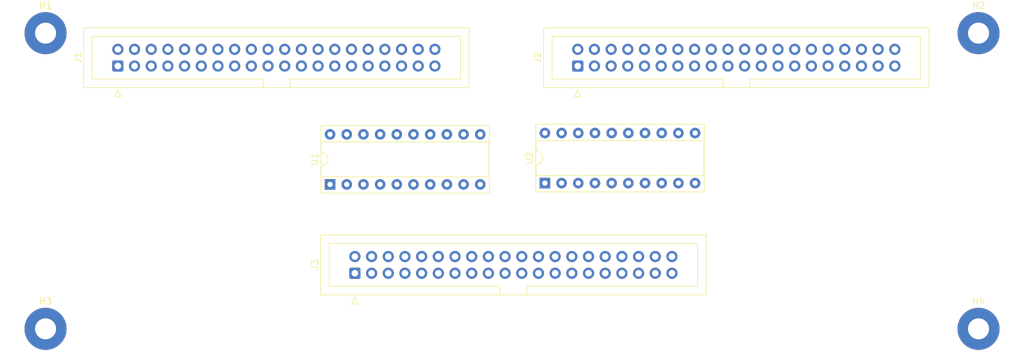
<source format=kicad_pcb>
(kicad_pcb (version 20240108) (generator "pcbnew") (generator_version "8.0")
  (layers (0 "F.Cu" signal) (31 "B.Cu" signal) (34 "B.Paste" user) (35 "F.Paste" user) (36 "B.SilkS" user "B.Silkscreen") (37 "F.SilkS" user "F.Silkscreen") (38 "B.Mask" user) (39 "F.Mask" user) (44 "Edge.Cuts" user))
  (net 0 "")
  (net 1 "A13")
  (net 2 "A2")
  (net 3 "A5")
  (net 4 "GND")
  (net 5 "A22")
  (net 6 "D8")
  (net 7 "D11")
  (net 8 "A19")
  (net 9 "A10")
  (net 10 "D12")
  (net 11 "A18")
  (net 12 "A23")
  (net 13 "A4")
  (net 14 "D15")
  (net 15 "A15")
  (net 16 "A16")
  (net 17 "D10")
  (net 18 "A12")
  (net 19 "D14")
  (net 20 "A20")
  (net 21 "A17")
  (net 22 "A11")
  (net 23 "+5V")
  (net 24 "A9")
  (net 25 "A7")
  (net 26 "A3")
  (net 27 "A8")
  (net 28 "D9")
  (net 29 "A6")
  (net 30 "D13")
  (net 31 "A1")
  (net 32 "A14")
  (net 33 "A21")
  (net 34 "GPIO_3")
  (net 35 "D5")
  (net 36 "D4")
  (net 37 "GPIO_1")
  (net 38 "GPIO_6")
  (net 39 "{slash}RESET")
  (net 40 "D1")
  (net 41 "GPIO_4")
  (net 42 "{slash}BERR")
  (net 43 "GPIO_7")
  (net 44 "D3")
  (net 45 "CLK_CPU")
  (net 46 "{slash}LDS")
  (net 47 "GPIO_0")
  (net 48 "{slash}VPA")
  (net 49 "GPIO_2")
  (net 50 "R{slash}W")
  (net 51 "D2")
  (net 52 "D7")
  (net 53 "{slash}EXP")
  (net 54 "GPIO_5")
  (net 55 "D6")
  (net 56 "{slash}AS")
  (net 57 "D0")
  (net 58 "{slash}IACK_EXP")
  (net 59 "CLK_SRC")
  (net 60 "{slash}DTACK_EXP")
  (net 61 "{slash}UDS")
  (net 62 "{slash}IRQ_EXP")
  (net 63 "IDE_D11")
  (net 64 "Net-(D1-K)")
  (net 65 "IDE_D10")
  (net 67 "IDE_D4")
  (net 68 "IDE_D15")
  (net 71 "IDE_INT")
  (net 73 "IDE_D1")
  (net 74 "IDE_RDY")
  (net 76 "{slash}IDE_BUF")
  (net 77 "IDE_D3")
  (net 78 "IDE_D7")
  (net 79 "IDE_D2")
  (net 80 "IDE_D13")
  (net 81 "IDE_D0")
  (net 82 "IDE_D8")
  (net 83 "{slash}IDE_WR")
  (net 84 "{slash}IDE_RD")
  (net 85 "IDE_D5")
  (net 86 "{slash}IDE_CS1")
  (net 87 "IDE_D6")
  (net 88 "{slash}IDE_CS0")
  (net 89 "IDE_D9")
  (net 91 "IDE_D12")
  (net 92 "IDE_D14")
  (footprint "MountingHole:MountingHole_3.2mm_M3_Pad" (layer "F.Cu") (at 166 45)
    (property "Reference" "H2" (at 0 -4.2 0) (layer "F.SilkS"))
    (property "Value" "MountingHole_Pad")
    (pad "1" thru_hole circle (at 0 0) (size 6.4 6.4) (drill 3.2) (layers "*.Cu" "*.Mask") (net 4 "GND"))
  )
  (footprint "MountingHole:MountingHole_3.2mm_M3_Pad" (layer "F.Cu") (at 24 90)
    (property "Reference" "H3" (at 0 -4.2 0) (layer "F.SilkS"))
    (property "Value" "MountingHole_Pad")
    (pad "1" thru_hole circle (at 0 0) (size 6.4 6.4) (drill 3.2) (layers "*.Cu" "*.Mask") (net 4 "GND"))
  )
  (footprint "MountingHole:MountingHole_3.2mm_M3_Pad" (layer "F.Cu") (at 166 90)
    (property "Reference" "H4" (at 0 -4.2 0) (layer "F.SilkS"))
    (property "Value" "MountingHole_Pad")
    (pad "1" thru_hole circle (at 0 0) (size 6.4 6.4) (drill 3.2) (layers "*.Cu" "*.Mask") (net 4 "GND"))
  )
  (footprint "Connector_IDC:IDC-Header_2x20_P2.54mm_Vertical" (layer "F.Cu") (at 35 50 90)
    (property "Reference" "J1" (at 1.27 -6.1 90) (layer "F.SilkS"))
    (property "Value" "Conn_02x20_Odd_Even")
    (fp_line (start 5.83 -5.21) (end 5.83 53.47) (stroke (width 0.12)) (layer "F.SilkS"))
    (fp_line (start -3.29 -5.21) (end 5.83 -5.21) (stroke (width 0.12)) (layer "F.SilkS"))
    (fp_line (start 4.52 -3.91) (end 4.52 52.17) (stroke (width 0.12)) (layer "F.SilkS"))
    (fp_line (start -1.98 -3.91) (end 4.52 -3.91) (stroke (width 0.12)) (layer "F.SilkS"))
    (fp_line (start -4.68 -0.5) (end -4.68 0.5) (stroke (width 0.12)) (layer "F.SilkS"))
    (fp_line (start -3.68 0) (end -4.68 -0.5) (stroke (width 0.12)) (layer "F.SilkS"))
    (fp_line (start -4.68 0.5) (end -3.68 0) (stroke (width 0.12)) (layer "F.SilkS"))
    (fp_line (start -1.98 22.08) (end -1.98 -3.91) (stroke (width 0.12)) (layer "F.SilkS"))
    (fp_line (start -3.29 22.08) (end -1.98 22.08) (stroke (width 0.12)) (layer "F.SilkS"))
    (fp_line (start -1.98 26.18) (end -1.98 26.18) (stroke (width 0.12)) (layer "F.SilkS"))
    (fp_line (start -1.98 26.18) (end -3.29 26.18) (stroke (width 0.12)) (layer "F.SilkS"))
    (fp_line (start 4.52 52.17) (end -1.98 52.17) (stroke (width 0.12)) (layer "F.SilkS"))
    (fp_line (start -1.98 52.17) (end -1.98 26.18) (stroke (width 0.12)) (layer "F.SilkS"))
    (fp_line (start 5.83 53.47) (end -3.29 53.47) (stroke (width 0.12)) (layer "F.SilkS"))
    (fp_line (start -3.29 53.47) (end -3.29 -5.21) (stroke (width 0.12)) (layer "F.SilkS"))
    (pad "1" thru_hole roundrect (at 0 0 90) (size 1.7 1.7) (drill 1) (layers "*.Cu" "*.Mask") (roundrect_rratio 0.147059) (net 23 "+5V"))
    (pad "2" thru_hole circle (at 2.54 0 90) (size 1.7 1.7) (drill 1) (layers "*.Cu" "*.Mask") (net 23 "+5V"))
    (pad "3" thru_hole circle (at 0 2.54 90) (size 1.7 1.7) (drill 1) (layers "*.Cu" "*.Mask") (net 4 "GND"))
    (pad "4" thru_hole circle (at 2.54 2.54 90) (size 1.7 1.7) (drill 1) (layers "*.Cu" "*.Mask") (net 4 "GND"))
    (pad "5" thru_hole circle (at 0 5.08 90) (size 1.7 1.7) (drill 1) (layers "*.Cu" "*.Mask") (net 6 "D8"))
    (pad "6" thru_hole circle (at 2.54 5.08 90) (size 1.7 1.7) (drill 1) (layers "*.Cu" "*.Mask") (net 28 "D9"))
    (pad "7" thru_hole circle (at 0 7.62 90) (size 1.7 1.7) (drill 1) (layers "*.Cu" "*.Mask") (net 17 "D10"))
    (pad "8" thru_hole circle (at 2.54 7.62 90) (size 1.7 1.7) (drill 1) (layers "*.Cu" "*.Mask") (net 7 "D11"))
    (pad "9" thru_hole circle (at 0 10.16 90) (size 1.7 1.7) (drill 1) (layers "*.Cu" "*.Mask") (net 10 "D12"))
    (pad "10" thru_hole circle (at 2.54 10.16 90) (size 1.7 1.7) (drill 1) (layers "*.Cu" "*.Mask") (net 30 "D13"))
    (pad "11" thru_hole circle (at 0 12.7 90) (size 1.7 1.7) (drill 1) (layers "*.Cu" "*.Mask") (net 19 "D14"))
    (pad "12" thru_hole circle (at 2.54 12.7 90) (size 1.7 1.7) (drill 1) (layers "*.Cu" "*.Mask") (net 14 "D15"))
    (pad "13" thru_hole circle (at 0 15.24 90) (size 1.7 1.7) (drill 1) (layers "*.Cu" "*.Mask") (net 31 "A1"))
    (pad "14" thru_hole circle (at 2.54 15.24 90) (size 1.7 1.7) (drill 1) (layers "*.Cu" "*.Mask") (net 2 "A2"))
    (pad "15" thru_hole circle (at 0 17.78 90) (size 1.7 1.7) (drill 1) (layers "*.Cu" "*.Mask") (net 26 "A3"))
    (pad "16" thru_hole circle (at 2.54 17.78 90) (size 1.7 1.7) (drill 1) (layers "*.Cu" "*.Mask") (net 13 "A4"))
    (pad "17" thru_hole circle (at 0 20.32 90) (size 1.7 1.7) (drill 1) (layers "*.Cu" "*.Mask") (net 3 "A5"))
    (pad "18" thru_hole circle (at 2.54 20.32 90) (size 1.7 1.7) (drill 1) (layers "*.Cu" "*.Mask") (net 29 "A6"))
    (pad "19" thru_hole circle (at 0 22.86 90) (size 1.7 1.7) (drill 1) (layers "*.Cu" "*.Mask") (net 25 "A7"))
    (pad "20" thru_hole circle (at 2.54 22.86 90) (size 1.7 1.7) (drill 1) (layers "*.Cu" "*.Mask") (net 27 "A8"))
    (pad "21" thru_hole circle (at 0 25.4 90) (size 1.7 1.7) (drill 1) (layers "*.Cu" "*.Mask") (net 4 "GND"))
    (pad "22" thru_hole circle (at 2.54 25.4 90) (size 1.7 1.7) (drill 1) (layers "*.Cu" "*.Mask") (net 4 "GND"))
    (pad "23" thru_hole circle (at 0 27.94 90) (size 1.7 1.7) (drill 1) (layers "*.Cu" "*.Mask") (net 12 "A23"))
    (pad "24" thru_hole circle (at 2.54 27.94 90) (size 1.7 1.7) (drill 1) (layers "*.Cu" "*.Mask") (net 5 "A22"))
    (pad "25" thru_hole circle (at 0 30.48 90) (size 1.7 1.7) (drill 1) (layers "*.Cu" "*.Mask") (net 33 "A21"))
    (pad "26" thru_hole circle (at 2.54 30.48 90) (size 1.7 1.7) (drill 1) (layers "*.Cu" "*.Mask") (net 20 "A20"))
    (pad "27" thru_hole circle (at 0 33.02 90) (size 1.7 1.7) (drill 1) (layers "*.Cu" "*.Mask") (net 24 "A9"))
    (pad "28" thru_hole circle (at 2.54 33.02 90) (size 1.7 1.7) (drill 1) (layers "*.Cu" "*.Mask") (net 9 "A10"))
    (pad "29" thru_hole circle (at 0 35.56 90) (size 1.7 1.7) (drill 1) (layers "*.Cu" "*.Mask") (net 22 "A11"))
    (pad "30" thru_hole circle (at 2.54 35.56 90) (size 1.7 1.7) (drill 1) (layers "*.Cu" "*.Mask") (net 18 "A12"))
    (pad "31" thru_hole circle (at 0 38.1 90) (size 1.7 1.7) (drill 1) (layers "*.Cu" "*.Mask") (net 1 "A13"))
    (pad "32" thru_hole circle (at 2.54 38.1 90) (size 1.7 1.7) (drill 1) (layers "*.Cu" "*.Mask") (net 32 "A14"))
    (pad "33" thru_hole circle (at 0 40.64 90) (size 1.7 1.7) (drill 1) (layers "*.Cu" "*.Mask") (net 15 "A15"))
    (pad "34" thru_hole circle (at 2.54 40.64 90) (size 1.7 1.7) (drill 1) (layers "*.Cu" "*.Mask") (net 16 "A16"))
    (pad "35" thru_hole circle (at 0 43.18 90) (size 1.7 1.7) (drill 1) (layers "*.Cu" "*.Mask") (net 21 "A17"))
    (pad "36" thru_hole circle (at 2.54 43.18 90) (size 1.7 1.7) (drill 1) (layers "*.Cu" "*.Mask") (net 11 "A18"))
    (pad "37" thru_hole circle (at 0 45.72 90) (size 1.7 1.7) (drill 1) (layers "*.Cu" "*.Mask") (net 8 "A19"))
    (pad "38" thru_hole circle (at 2.54 45.72 90) (size 1.7 1.7) (drill 1) (layers "*.Cu" "*.Mask") (net 4 "GND"))
    (pad "39" thru_hole circle (at 0 48.26 90) (size 1.7 1.7) (drill 1) (layers "*.Cu" "*.Mask") (net 4 "GND"))
    (pad "40" thru_hole circle (at 2.54 48.26 90) (size 1.7 1.7) (drill 1) (layers "*.Cu" "*.Mask") (net 4 "GND"))
  )
  (footprint "Package_DIP:DIP-20_W7.62mm_Socket" (layer "F.Cu") (at 67.3 68.02 90)
    (property "Reference" "U1" (at 3.81 -2.33 90) (layer "F.SilkS"))
    (property "Value" "74HC245")
    (fp_line (start 8.95 -1.39) (end -1.33 -1.39) (stroke (width 0.12)) (layer "F.SilkS"))
    (fp_line (start -1.33 -1.39) (end -1.33 24.25) (stroke (width 0.12)) (layer "F.SilkS"))
    (fp_line (start 6.46 -1.33) (end 4.81 -1.33) (stroke (width 0.12)) (layer "F.SilkS"))
    (fp_line (start 2.81 -1.33) (end 1.16 -1.33) (stroke (width 0.12)) (layer "F.SilkS"))
    (fp_line (start 1.16 -1.33) (end 1.16 24.19) (stroke (width 0.12)) (layer "F.SilkS"))
    (fp_line (start 6.46 24.19) (end 6.46 -1.33) (stroke (width 0.12)) (layer "F.SilkS"))
    (fp_line (start 1.16 24.19) (end 6.46 24.19) (stroke (width 0.12)) (layer "F.SilkS"))
    (fp_line (start 8.95 24.25) (end 8.95 -1.39) (stroke (width 0.12)) (layer "F.SilkS"))
    (fp_line (start -1.33 24.25) (end 8.95 24.25) (stroke (width 0.12)) (layer "F.SilkS"))
    (fp_arc (start 4.81 -1.33) (mid 3.81 -0.33) (end 2.81 -1.33) (stroke (width 0.12)) (layer "F.SilkS"))
    (pad "1" thru_hole rect (at 0 0 90) (size 1.6 1.6) (drill 0.8) (layers "*.Cu" "*.Mask") (net 50 "R{slash}W"))
    (pad "2" thru_hole oval (at 0 2.54 90) (size 1.6 1.6) (drill 0.8) (layers "*.Cu" "*.Mask") (net 14 "D15"))
    (pad "3" thru_hole oval (at 0 5.08 90) (size 1.6 1.6) (drill 0.8) (layers "*.Cu" "*.Mask") (net 19 "D14"))
    (pad "4" thru_hole oval (at 0 7.62 90) (size 1.6 1.6) (drill 0.8) (layers "*.Cu" "*.Mask") (net 30 "D13"))
    (pad "5" thru_hole oval (at 0 10.16 90) (size 1.6 1.6) (drill 0.8) (layers "*.Cu" "*.Mask") (net 10 "D12"))
    (pad "6" thru_hole oval (at 0 12.7 90) (size 1.6 1.6) (drill 0.8) (layers "*.Cu" "*.Mask") (net 7 "D11"))
    (pad "7" thru_hole oval (at 0 15.24 90) (size 1.6 1.6) (drill 0.8) (layers "*.Cu" "*.Mask") (net 17 "D10"))
    (pad "8" thru_hole oval (at 0 17.78 90) (size 1.6 1.6) (drill 0.8) (layers "*.Cu" "*.Mask") (net 28 "D9"))
    (pad "9" thru_hole oval (at 0 20.32 90) (size 1.6 1.6) (drill 0.8) (layers "*.Cu" "*.Mask") (net 6 "D8"))
    (pad "10" thru_hole oval (at 0 22.86 90) (size 1.6 1.6) (drill 0.8) (layers "*.Cu" "*.Mask") (net 4 "GND"))
    (pad "11" thru_hole oval (at 7.62 22.86 90) (size 1.6 1.6) (drill 0.8) (layers "*.Cu" "*.Mask") (net 81 "IDE_D0"))
    (pad "12" thru_hole oval (at 7.62 20.32 90) (size 1.6 1.6) (drill 0.8) (layers "*.Cu" "*.Mask") (net 73 "IDE_D1"))
    (pad "13" thru_hole oval (at 7.62 17.78 90) (size 1.6 1.6) (drill 0.8) (layers "*.Cu" "*.Mask") (net 79 "IDE_D2"))
    (pad "14" thru_hole oval (at 7.62 15.24 90) (size 1.6 1.6) (drill 0.8) (layers "*.Cu" "*.Mask") (net 77 "IDE_D3"))
    (pad "15" thru_hole oval (at 7.62 12.7 90) (size 1.6 1.6) (drill 0.8) (layers "*.Cu" "*.Mask") (net 67 "IDE_D4"))
    (pad "16" thru_hole oval (at 7.62 10.16 90) (size 1.6 1.6) (drill 0.8) (layers "*.Cu" "*.Mask") (net 85 "IDE_D5"))
    (pad "17" thru_hole oval (at 7.62 7.62 90) (size 1.6 1.6) (drill 0.8) (layers "*.Cu" "*.Mask") (net 87 "IDE_D6"))
    (pad "18" thru_hole oval (at 7.62 5.08 90) (size 1.6 1.6) (drill 0.8) (layers "*.Cu" "*.Mask") (net 78 "IDE_D7"))
    (pad "19" thru_hole oval (at 7.62 2.54 90) (size 1.6 1.6) (drill 0.8) (layers "*.Cu" "*.Mask") (net 76 "{slash}IDE_BUF"))
    (pad "20" thru_hole oval (at 7.62 0 90) (size 1.6 1.6) (drill 0.8) (layers "*.Cu" "*.Mask") (net 23 "+5V"))
  )
  (footprint "MountingHole:MountingHole_3.2mm_M3_Pad" (layer "F.Cu") (at 24 45)
    (property "Reference" "H1" (at 0 -4.2 0) (layer "F.SilkS"))
    (property "Value" "MountingHole_Pad")
    (pad "1" thru_hole circle (at 0 0) (size 6.4 6.4) (drill 3.2) (layers "*.Cu" "*.Mask") (net 4 "GND"))
  )
  (footprint "Connector_IDC:IDC-Header_2x20_P2.54mm_Vertical" (layer "F.Cu") (at 71.08 81.54 90)
    (property "Reference" "J3" (at 1.27 -6.1 90) (layer "F.SilkS"))
    (property "Value" "Conn_02x20_Odd_Even")
    (fp_line (start 5.83 -5.21) (end 5.83 53.47) (stroke (width 0.12)) (layer "F.SilkS"))
    (fp_line (start -3.29 -5.21) (end 5.83 -5.21) (stroke (width 0.12)) (layer "F.SilkS"))
    (fp_line (start 4.52 -3.91) (end 4.52 52.17) (stroke (width 0.12)) (layer "F.SilkS"))
    (fp_line (start -1.98 -3.91) (end 4.52 -3.91) (stroke (width 0.12)) (layer "F.SilkS"))
    (fp_line (start -4.68 -0.5) (end -4.68 0.5) (stroke (width 0.12)) (layer "F.SilkS"))
    (fp_line (start -3.68 0) (end -4.68 -0.5) (stroke (width 0.12)) (layer "F.SilkS"))
    (fp_line (start -4.68 0.5) (end -3.68 0) (stroke (width 0.12)) (layer "F.SilkS"))
    (fp_line (start -1.98 22.08) (end -1.98 -3.91) (stroke (width 0.12)) (layer "F.SilkS"))
    (fp_line (start -3.29 22.08) (end -1.98 22.08) (stroke (width 0.12)) (layer "F.SilkS"))
    (fp_line (start -1.98 26.18) (end -1.98 26.18) (stroke (width 0.12)) (layer "F.SilkS"))
    (fp_line (start -1.98 26.18) (end -3.29 26.18) (stroke (width 0.12)) (layer "F.SilkS"))
    (fp_line (start 4.52 52.17) (end -1.98 52.17) (stroke (width 0.12)) (layer "F.SilkS"))
    (fp_line (start -1.98 52.17) (end -1.98 26.18) (stroke (width 0.12)) (layer "F.SilkS"))
    (fp_line (start 5.83 53.47) (end -3.29 53.47) (stroke (width 0.12)) (layer "F.SilkS"))
    (fp_line (start -3.29 53.47) (end -3.29 -5.21) (stroke (width 0.12)) (layer "F.SilkS"))
    (pad "1" thru_hole roundrect (at 0 0 90) (size 1.7 1.7) (drill 1) (layers "*.Cu" "*.Mask") (roundrect_rratio 0.147059) (net 39 "{slash}RESET"))
    (pad "2" thru_hole circle (at 2.54 0 90) (size 1.7 1.7) (drill 1) (layers "*.Cu" "*.Mask") (net 4 "GND"))
    (pad "3" thru_hole circle (at 0 2.54 90) (size 1.7 1.7) (drill 1) (layers "*.Cu" "*.Mask") (net 78 "IDE_D7"))
    (pad "4" thru_hole circle (at 2.54 2.54 90) (size 1.7 1.7) (drill 1) (layers "*.Cu" "*.Mask") (net 82 "IDE_D8"))
    (pad "5" thru_hole circle (at 0 5.08 90) (size 1.7 1.7) (drill 1) (layers "*.Cu" "*.Mask") (net 87 "IDE_D6"))
    (pad "6" thru_hole circle (at 2.54 5.08 90) (size 1.7 1.7) (drill 1) (layers "*.Cu" "*.Mask") (net 89 "IDE_D9"))
    (pad "7" thru_hole circle (at 0 7.62 90) (size 1.7 1.7) (drill 1) (layers "*.Cu" "*.Mask") (net 85 "IDE_D5"))
    (pad "8" thru_hole circle (at 2.54 7.62 90) (size 1.7 1.7) (drill 1) (layers "*.Cu" "*.Mask") (net 65 "IDE_D10"))
    (pad "9" thru_hole circle (at 0 10.16 90) (size 1.7 1.7) (drill 1) (layers "*.Cu" "*.Mask") (net 67 "IDE_D4"))
    (pad "10" thru_hole circle (at 2.54 10.16 90) (size 1.7 1.7) (drill 1) (layers "*.Cu" "*.Mask") (net 63 "IDE_D11"))
    (pad "11" thru_hole circle (at 0 12.7 90) (size 1.7 1.7) (drill 1) (layers "*.Cu" "*.Mask") (net 77 "IDE_D3"))
    (pad "12" thru_hole circle (at 2.54 12.7 90) (size 1.7 1.7) (drill 1) (layers "*.Cu" "*.Mask") (net 91 "IDE_D12"))
    (pad "13" thru_hole circle (at 0 15.24 90) (size 1.7 1.7) (drill 1) (layers "*.Cu" "*.Mask") (net 79 "IDE_D2"))
    (pad "14" thru_hole circle (at 2.54 15.24 90) (size 1.7 1.7) (drill 1) (layers "*.Cu" "*.Mask") (net 80 "IDE_D13"))
    (pad "15" thru_hole circle (at 0 17.78 90) (size 1.7 1.7) (drill 1) (layers "*.Cu" "*.Mask") (net 73 "IDE_D1"))
    (pad "16" thru_hole circle (at 2.54 17.78 90) (size 1.7 1.7) (drill 1) (layers "*.Cu" "*.Mask") (net 92 "IDE_D14"))
    (pad "17" thru_hole circle (at 0 20.32 90) (size 1.7 1.7) (drill 1) (layers "*.Cu" "*.Mask") (net 81 "IDE_D0"))
    (pad "18" thru_hole circle (at 2.54 20.32 90) (size 1.7 1.7) (drill 1) (layers "*.Cu" "*.Mask") (net 68 "IDE_D15"))
    (pad "19" thru_hole circle (at 0 22.86 90) (size 1.7 1.7) (drill 1) (layers "*.Cu" "*.Mask") (net 4 "GND"))
    (pad "20" thru_hole circle (at 2.54 22.86 90) (size 1.7 1.7) (drill 1) (layers "*.Cu" "*.Mask"))
    (pad "21" thru_hole circle (at 0 25.4 90) (size 1.7 1.7) (drill 1) (layers "*.Cu" "*.Mask"))
    (pad "22" thru_hole circle (at 2.54 25.4 90) (size 1.7 1.7) (drill 1) (layers "*.Cu" "*.Mask") (net 4 "GND"))
    (pad "23" thru_hole circle (at 0 27.94 90) (size 1.7 1.7) (drill 1) (layers "*.Cu" "*.Mask") (net 83 "{slash}IDE_WR"))
    (pad "24" thru_hole circle (at 2.54 27.94 90) (size 1.7 1.7) (drill 1) (layers "*.Cu" "*.Mask") (net 4 "GND"))
    (pad "25" thru_hole circle (at 0 30.48 90) (size 1.7 1.7) (drill 1) (layers "*.Cu" "*.Mask") (net 84 "{slash}IDE_RD"))
    (pad "26" thru_hole circle (at 2.54 30.48 90) (size 1.7 1.7) (drill 1) (layers "*.Cu" "*.Mask") (net 4 "GND"))
    (pad "27" thru_hole circle (at 0 33.02 90) (size 1.7 1.7) (drill 1) (layers "*.Cu" "*.Mask") (net 74 "IDE_RDY"))
    (pad "28" thru_hole circle (at 2.54 33.02 90) (size 1.7 1.7) (drill 1) (layers "*.Cu" "*.Mask"))
    (pad "29" thru_hole circle (at 0 35.56 90) (size 1.7 1.7) (drill 1) (layers "*.Cu" "*.Mask"))
    (pad "30" thru_hole circle (at 2.54 35.56 90) (size 1.7 1.7) (drill 1) (layers "*.Cu" "*.Mask") (net 4 "GND"))
    (pad "31" thru_hole circle (at 0 38.1 90) (size 1.7 1.7) (drill 1) (layers "*.Cu" "*.Mask") (net 71 "IDE_INT"))
    (pad "32" thru_hole circle (at 2.54 38.1 90) (size 1.7 1.7) (drill 1) (layers "*.Cu" "*.Mask"))
    (pad "33" thru_hole circle (at 0 40.64 90) (size 1.7 1.7) (drill 1) (layers "*.Cu" "*.Mask") (net 2 "A2"))
    (pad "34" thru_hole circle (at 2.54 40.64 90) (size 1.7 1.7) (drill 1) (layers "*.Cu" "*.Mask"))
    (pad "35" thru_hole circle (at 0 43.18 90) (size 1.7 1.7) (drill 1) (layers "*.Cu" "*.Mask") (net 31 "A1"))
    (pad "36" thru_hole circle (at 2.54 43.18 90) (size 1.7 1.7) (drill 1) (layers "*.Cu" "*.Mask") (net 26 "A3"))
    (pad "37" thru_hole circle (at 0 45.72 90) (size 1.7 1.7) (drill 1) (layers "*.Cu" "*.Mask") (net 88 "{slash}IDE_CS0"))
    (pad "38" thru_hole circle (at 2.54 45.72 90) (size 1.7 1.7) (drill 1) (layers "*.Cu" "*.Mask") (net 86 "{slash}IDE_CS1"))
    (pad "39" thru_hole circle (at 0 48.26 90) (size 1.7 1.7) (drill 1) (layers "*.Cu" "*.Mask") (net 64 "Net-(D1-K)"))
    (pad "40" thru_hole circle (at 2.54 48.26 90) (size 1.7 1.7) (drill 1) (layers "*.Cu" "*.Mask") (net 4 "GND"))
  )
  (footprint "Package_DIP:DIP-20_W7.62mm_Socket" (layer "F.Cu") (at 100 67.82 90)
    (property "Reference" "U2" (at 3.81 -2.33 90) (layer "F.SilkS"))
    (property "Value" "74HC245")
    (fp_line (start 8.95 -1.39) (end -1.33 -1.39) (stroke (width 0.12)) (layer "F.SilkS"))
    (fp_line (start -1.33 -1.39) (end -1.33 24.25) (stroke (width 0.12)) (layer "F.SilkS"))
    (fp_line (start 6.46 -1.33) (end 4.81 -1.33) (stroke (width 0.12)) (layer "F.SilkS"))
    (fp_line (start 2.81 -1.33) (end 1.16 -1.33) (stroke (width 0.12)) (layer "F.SilkS"))
    (fp_line (start 1.16 -1.33) (end 1.16 24.19) (stroke (width 0.12)) (layer "F.SilkS"))
    (fp_line (start 6.46 24.19) (end 6.46 -1.33) (stroke (width 0.12)) (layer "F.SilkS"))
    (fp_line (start 1.16 24.19) (end 6.46 24.19) (stroke (width 0.12)) (layer "F.SilkS"))
    (fp_line (start 8.95 24.25) (end 8.95 -1.39) (stroke (width 0.12)) (layer "F.SilkS"))
    (fp_line (start -1.33 24.25) (end 8.95 24.25) (stroke (width 0.12)) (layer "F.SilkS"))
    (fp_arc (start 4.81 -1.33) (mid 3.81 -0.33) (end 2.81 -1.33) (stroke (width 0.12)) (layer "F.SilkS"))
    (pad "1" thru_hole rect (at 0 0 90) (size 1.6 1.6) (drill 0.8) (layers "*.Cu" "*.Mask") (net 50 "R{slash}W"))
    (pad "2" thru_hole oval (at 0 2.54 90) (size 1.6 1.6) (drill 0.8) (layers "*.Cu" "*.Mask") (net 57 "D0"))
    (pad "3" thru_hole oval (at 0 5.08 90) (size 1.6 1.6) (drill 0.8) (layers "*.Cu" "*.Mask") (net 40 "D1"))
    (pad "4" thru_hole oval (at 0 7.62 90) (size 1.6 1.6) (drill 0.8) (layers "*.Cu" "*.Mask") (net 51 "D2"))
    (pad "5" thru_hole oval (at 0 10.16 90) (size 1.6 1.6) (drill 0.8) (layers "*.Cu" "*.Mask") (net 44 "D3"))
    (pad "6" thru_hole oval (at 0 12.7 90) (size 1.6 1.6) (drill 0.8) (layers "*.Cu" "*.Mask") (net 36 "D4"))
    (pad "7" thru_hole oval (at 0 15.24 90) (size 1.6 1.6) (drill 0.8) (layers "*.Cu" "*.Mask") (net 35 "D5"))
    (pad "8" thru_hole oval (at 0 17.78 90) (size 1.6 1.6) (drill 0.8) (layers "*.Cu" "*.Mask") (net 55 "D6"))
    (pad "9" thru_hole oval (at 0 20.32 90) (size 1.6 1.6) (drill 0.8) (layers "*.Cu" "*.Mask") (net 52 "D7"))
    (pad "10" thru_hole oval (at 0 22.86 90) (size 1.6 1.6) (drill 0.8) (layers "*.Cu" "*.Mask") (net 4 "GND"))
    (pad "11" thru_hole oval (at 7.62 22.86 90) (size 1.6 1.6) (drill 0.8) (layers "*.Cu" "*.Mask") (net 68 "IDE_D15"))
    (pad "12" thru_hole oval (at 7.62 20.32 90) (size 1.6 1.6) (drill 0.8) (layers "*.Cu" "*.Mask") (net 92 "IDE_D14"))
    (pad "13" thru_hole oval (at 7.62 17.78 90) (size 1.6 1.6) (drill 0.8) (layers "*.Cu" "*.Mask") (net 80 "IDE_D13"))
    (pad "14" thru_hole oval (at 7.62 15.24 90) (size 1.6 1.6) (drill 0.8) (layers "*.Cu" "*.Mask") (net 91 "IDE_D12"))
    (pad "15" thru_hole oval (at 7.62 12.7 90) (size 1.6 1.6) (drill 0.8) (layers "*.Cu" "*.Mask") (net 63 "IDE_D11"))
    (pad "16" thru_hole oval (at 7.62 10.16 90) (size 1.6 1.6) (drill 0.8) (layers "*.Cu" "*.Mask") (net 65 "IDE_D10"))
    (pad "17" thru_hole oval (at 7.62 7.62 90) (size 1.6 1.6) (drill 0.8) (layers "*.Cu" "*.Mask") (net 89 "IDE_D9"))
    (pad "18" thru_hole oval (at 7.62 5.08 90) (size 1.6 1.6) (drill 0.8) (layers "*.Cu" "*.Mask") (net 82 "IDE_D8"))
    (pad "19" thru_hole oval (at 7.62 2.54 90) (size 1.6 1.6) (drill 0.8) (layers "*.Cu" "*.Mask") (net 76 "{slash}IDE_BUF"))
    (pad "20" thru_hole oval (at 7.62 0 90) (size 1.6 1.6) (drill 0.8) (layers "*.Cu" "*.Mask") (net 23 "+5V"))
  )
  (footprint "Connector_IDC:IDC-Header_2x20_P2.54mm_Vertical" (layer "F.Cu") (at 105 50 90)
    (property "Reference" "J2" (at 1.27 -6.1 90) (layer "F.SilkS"))
    (property "Value" "Conn_02x20_Odd_Even")
    (fp_line (start 5.83 -5.21) (end 5.83 53.47) (stroke (width 0.12)) (layer "F.SilkS"))
    (fp_line (start -3.29 -5.21) (end 5.83 -5.21) (stroke (width 0.12)) (layer "F.SilkS"))
    (fp_line (start 4.52 -3.91) (end 4.52 52.17) (stroke (width 0.12)) (layer "F.SilkS"))
    (fp_line (start -1.98 -3.91) (end 4.52 -3.91) (stroke (width 0.12)) (layer "F.SilkS"))
    (fp_line (start -4.68 -0.5) (end -4.68 0.5) (stroke (width 0.12)) (layer "F.SilkS"))
    (fp_line (start -3.68 0) (end -4.68 -0.5) (stroke (width 0.12)) (layer "F.SilkS"))
    (fp_line (start -4.68 0.5) (end -3.68 0) (stroke (width 0.12)) (layer "F.SilkS"))
    (fp_line (start -1.98 22.08) (end -1.98 -3.91) (stroke (width 0.12)) (layer "F.SilkS"))
    (fp_line (start -3.29 22.08) (end -1.98 22.08) (stroke (width 0.12)) (layer "F.SilkS"))
    (fp_line (start -1.98 26.18) (end -1.98 26.18) (stroke (width 0.12)) (layer "F.SilkS"))
    (fp_line (start -1.98 26.18) (end -3.29 26.18) (stroke (width 0.12)) (layer "F.SilkS"))
    (fp_line (start 4.52 52.17) (end -1.98 52.17) (stroke (width 0.12)) (layer "F.SilkS"))
    (fp_line (start -1.98 52.17) (end -1.98 26.18) (stroke (width 0.12)) (layer "F.SilkS"))
    (fp_line (start 5.83 53.47) (end -3.29 53.47) (stroke (width 0.12)) (layer "F.SilkS"))
    (fp_line (start -3.29 53.47) (end -3.29 -5.21) (stroke (width 0.12)) (layer "F.SilkS"))
    (pad "1" thru_hole roundrect (at 0 0 90) (size 1.7 1.7) (drill 1) (layers "*.Cu" "*.Mask") (roundrect_rratio 0.147059) (net 23 "+5V"))
    (pad "2" thru_hole circle (at 2.54 0 90) (size 1.7 1.7) (drill 1) (layers "*.Cu" "*.Mask") (net 23 "+5V"))
    (pad "3" thru_hole circle (at 0 2.54 90) (size 1.7 1.7) (drill 1) (layers "*.Cu" "*.Mask") (net 4 "GND"))
    (pad "4" thru_hole circle (at 2.54 2.54 90) (size 1.7 1.7) (drill 1) (layers "*.Cu" "*.Mask") (net 4 "GND"))
    (pad "5" thru_hole circle (at 0 5.08 90) (size 1.7 1.7) (drill 1) (layers "*.Cu" "*.Mask") (net 57 "D0"))
    (pad "6" thru_hole circle (at 2.54 5.08 90) (size 1.7 1.7) (drill 1) (layers "*.Cu" "*.Mask") (net 40 "D1"))
    (pad "7" thru_hole circle (at 0 7.62 90) (size 1.7 1.7) (drill 1) (layers "*.Cu" "*.Mask") (net 51 "D2"))
    (pad "8" thru_hole circle (at 2.54 7.62 90) (size 1.7 1.7) (drill 1) (layers "*.Cu" "*.Mask") (net 44 "D3"))
    (pad "9" thru_hole circle (at 0 10.16 90) (size 1.7 1.7) (drill 1) (layers "*.Cu" "*.Mask") (net 36 "D4"))
    (pad "10" thru_hole circle (at 2.54 10.16 90) (size 1.7 1.7) (drill 1) (layers "*.Cu" "*.Mask") (net 35 "D5"))
    (pad "11" thru_hole circle (at 0 12.7 90) (size 1.7 1.7) (drill 1) (layers "*.Cu" "*.Mask") (net 55 "D6"))
    (pad "12" thru_hole circle (at 2.54 12.7 90) (size 1.7 1.7) (drill 1) (layers "*.Cu" "*.Mask") (net 52 "D7"))
    (pad "13" thru_hole circle (at 0 15.24 90) (size 1.7 1.7) (drill 1) (layers "*.Cu" "*.Mask") (net 56 "{slash}AS"))
    (pad "14" thru_hole circle (at 2.54 15.24 90) (size 1.7 1.7) (drill 1) (layers "*.Cu" "*.Mask") (net 50 "R{slash}W"))
    (pad "15" thru_hole circle (at 0 17.78 90) (size 1.7 1.7) (drill 1) (layers "*.Cu" "*.Mask") (net 61 "{slash}UDS"))
    (pad "16" thru_hole circle (at 2.54 17.78 90) (size 1.7 1.7) (drill 1) (layers "*.Cu" "*.Mask") (net 46 "{slash}LDS"))
    (pad "17" thru_hole circle (at 0 20.32 90) (size 1.7 1.7) (drill 1) (layers "*.Cu" "*.Mask") (net 42 "{slash}BERR"))
    (pad "18" thru_hole circle (at 2.54 20.32 90) (size 1.7 1.7) (drill 1) (layers "*.Cu" "*.Mask") (net 48 "{slash}VPA"))
    (pad "19" thru_hole circle (at 0 22.86 90) (size 1.7 1.7) (drill 1) (layers "*.Cu" "*.Mask") (net 53 "{slash}EXP"))
    (pad "20" thru_hole circle (at 2.54 22.86 90) (size 1.7 1.7) (drill 1) (layers "*.Cu" "*.Mask") (net 62 "{slash}IRQ_EXP"))
    (pad "21" thru_hole circle (at 0 25.4 90) (size 1.7 1.7) (drill 1) (layers "*.Cu" "*.Mask") (net 60 "{slash}DTACK_EXP"))
    (pad "22" thru_hole circle (at 2.54 25.4 90) (size 1.7 1.7) (drill 1) (layers "*.Cu" "*.Mask") (net 58 "{slash}IACK_EXP"))
    (pad "23" thru_hole circle (at 0 27.94 90) (size 1.7 1.7) (drill 1) (layers "*.Cu" "*.Mask") (net 4 "GND"))
    (pad "24" thru_hole circle (at 2.54 27.94 90) (size 1.7 1.7) (drill 1) (layers "*.Cu" "*.Mask") (net 4 "GND"))
    (pad "25" thru_hole circle (at 0 30.48 90) (size 1.7 1.7) (drill 1) (layers "*.Cu" "*.Mask") (net 47 "GPIO_0"))
    (pad "26" thru_hole circle (at 2.54 30.48 90) (size 1.7 1.7) (drill 1) (layers "*.Cu" "*.Mask") (net 37 "GPIO_1"))
    (pad "27" thru_hole circle (at 0 33.02 90) (size 1.7 1.7) (drill 1) (layers "*.Cu" "*.Mask") (net 49 "GPIO_2"))
    (pad "28" thru_hole circle (at 2.54 33.02 90) (size 1.7 1.7) (drill 1) (layers "*.Cu" "*.Mask") (net 34 "GPIO_3"))
    (pad "29" thru_hole circle (at 0 35.56 90) (size 1.7 1.7) (drill 1) (layers "*.Cu" "*.Mask") (net 41 "GPIO_4"))
    (pad "30" thru_hole circle (at 2.54 35.56 90) (size 1.7 1.7) (drill 1) (layers "*.Cu" "*.Mask") (net 54 "GPIO_5"))
    (pad "31" thru_hole circle (at 0 38.1 90) (size 1.7 1.7) (drill 1) (layers "*.Cu" "*.Mask") (net 38 "GPIO_6"))
    (pad "32" thru_hole circle (at 2.54 38.1 90) (size 1.7 1.7) (drill 1) (layers "*.Cu" "*.Mask") (net 43 "GPIO_7"))
    (pad "33" thru_hole circle (at 0 40.64 90) (size 1.7 1.7) (drill 1) (layers "*.Cu" "*.Mask") (net 4 "GND"))
    (pad "34" thru_hole circle (at 2.54 40.64 90) (size 1.7 1.7) (drill 1) (layers "*.Cu" "*.Mask") (net 4 "GND"))
    (pad "35" thru_hole circle (at 0 43.18 90) (size 1.7 1.7) (drill 1) (layers "*.Cu" "*.Mask") (net 45 "CLK_CPU"))
    (pad "36" thru_hole circle (at 2.54 43.18 90) (size 1.7 1.7) (drill 1) (layers "*.Cu" "*.Mask") (net 59 "CLK_SRC"))
    (pad "37" thru_hole circle (at 0 45.72 90) (size 1.7 1.7) (drill 1) (layers "*.Cu" "*.Mask") (net 39 "{slash}RESET"))
    (pad "38" thru_hole circle (at 2.54 45.72 90) (size 1.7 1.7) (drill 1) (layers "*.Cu" "*.Mask") (net 39 "{slash}RESET"))
    (pad "39" thru_hole circle (at 0 48.26 90) (size 1.7 1.7) (drill 1) (layers "*.Cu" "*.Mask") (net 4 "GND"))
    (pad "40" thru_hole circle (at 2.54 48.26 90) (size 1.7 1.7) (drill 1) (layers "*.Cu" "*.Mask") (net 4 "GND"))
  )
)
</source>
